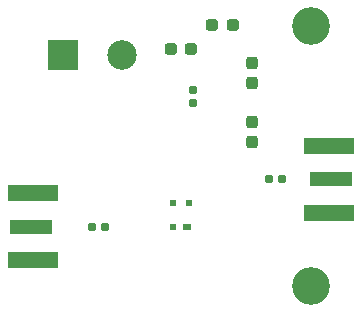
<source format=gbr>
%TF.GenerationSoftware,KiCad,Pcbnew,8.0.2*%
%TF.CreationDate,2025-01-11T00:45:03-03:00*%
%TF.ProjectId,rx_amp,72785f61-6d70-42e6-9b69-6361645f7063,rev?*%
%TF.SameCoordinates,Original*%
%TF.FileFunction,Soldermask,Top*%
%TF.FilePolarity,Negative*%
%FSLAX46Y46*%
G04 Gerber Fmt 4.6, Leading zero omitted, Abs format (unit mm)*
G04 Created by KiCad (PCBNEW 8.0.2) date 2025-01-11 00:45:03*
%MOMM*%
%LPD*%
G01*
G04 APERTURE LIST*
G04 Aperture macros list*
%AMRoundRect*
0 Rectangle with rounded corners*
0 $1 Rounding radius*
0 $2 $3 $4 $5 $6 $7 $8 $9 X,Y pos of 4 corners*
0 Add a 4 corners polygon primitive as box body*
4,1,4,$2,$3,$4,$5,$6,$7,$8,$9,$2,$3,0*
0 Add four circle primitives for the rounded corners*
1,1,$1+$1,$2,$3*
1,1,$1+$1,$4,$5*
1,1,$1+$1,$6,$7*
1,1,$1+$1,$8,$9*
0 Add four rect primitives between the rounded corners*
20,1,$1+$1,$2,$3,$4,$5,0*
20,1,$1+$1,$4,$5,$6,$7,0*
20,1,$1+$1,$6,$7,$8,$9,0*
20,1,$1+$1,$8,$9,$2,$3,0*%
G04 Aperture macros list end*
%ADD10RoundRect,0.237500X-0.287500X-0.237500X0.287500X-0.237500X0.287500X0.237500X-0.287500X0.237500X0*%
%ADD11C,3.200000*%
%ADD12RoundRect,0.155000X-0.155000X0.212500X-0.155000X-0.212500X0.155000X-0.212500X0.155000X0.212500X0*%
%ADD13RoundRect,0.155000X-0.212500X-0.155000X0.212500X-0.155000X0.212500X0.155000X-0.212500X0.155000X0*%
%ADD14R,3.600000X1.270000*%
%ADD15R,4.200000X1.350000*%
%ADD16RoundRect,0.237500X-0.237500X0.287500X-0.237500X-0.287500X0.237500X-0.287500X0.237500X0.287500X0*%
%ADD17R,0.500000X0.580000*%
%ADD18R,0.800000X0.580000*%
%ADD19R,2.500000X2.500000*%
%ADD20C,2.500000*%
G04 APERTURE END LIST*
D10*
%TO.C,R1*%
X127625000Y-93900000D03*
X129375000Y-93900000D03*
%TD*%
D11*
%TO.C,H1*%
X136000000Y-94000000D03*
%TD*%
D10*
%TO.C,L3*%
X124125000Y-96000000D03*
X125875000Y-96000000D03*
%TD*%
D12*
%TO.C,C3*%
X126000000Y-99432500D03*
X126000000Y-100567500D03*
%TD*%
D13*
%TO.C,C2*%
X132432500Y-107000000D03*
X133567500Y-107000000D03*
%TD*%
D14*
%TO.C,J2*%
X137700000Y-107000000D03*
D15*
X137500000Y-109825000D03*
X137500000Y-104175000D03*
%TD*%
D14*
%TO.C,J1*%
X112300000Y-111000000D03*
D15*
X112500000Y-108175000D03*
X112500000Y-113825000D03*
%TD*%
D16*
%TO.C,L2*%
X131000000Y-102125000D03*
X131000000Y-103875000D03*
%TD*%
D17*
%TO.C,IC1*%
X124340000Y-111010000D03*
D18*
X125490000Y-111010000D03*
D17*
X125640000Y-108990000D03*
X124340000Y-108990000D03*
%TD*%
D16*
%TO.C,L1*%
X131000000Y-97125000D03*
X131000000Y-98875000D03*
%TD*%
D13*
%TO.C,C1*%
X117432500Y-111000000D03*
X118567500Y-111000000D03*
%TD*%
D19*
%TO.C,J3*%
X115000000Y-96500000D03*
D20*
X120000000Y-96500000D03*
%TD*%
D11*
%TO.C,H3*%
X136000000Y-116000000D03*
%TD*%
M02*

</source>
